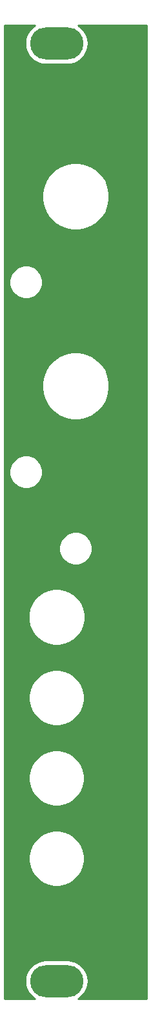
<source format=gbr>
%TF.GenerationSoftware,KiCad,Pcbnew,5.1.9+dfsg1-1~bpo10+1*%
%TF.CreationDate,2022-05-13T01:17:35+08:00*%
%TF.ProjectId,MiniVCA 1.2 - Front,4d696e69-5643-4412-9031-2e32202d2046,rev?*%
%TF.SameCoordinates,Original*%
%TF.FileFunction,Copper,L1,Top*%
%TF.FilePolarity,Positive*%
%FSLAX46Y46*%
G04 Gerber Fmt 4.6, Leading zero omitted, Abs format (unit mm)*
G04 Created by KiCad (PCBNEW 5.1.9+dfsg1-1~bpo10+1) date 2022-05-13 01:17:35*
%MOMM*%
%LPD*%
G01*
G04 APERTURE LIST*
%TA.AperFunction,ComponentPad*%
%ADD10O,7.000000X4.200000*%
%TD*%
%TA.AperFunction,NonConductor*%
%ADD11C,0.254000*%
%TD*%
%TA.AperFunction,NonConductor*%
%ADD12C,0.100000*%
%TD*%
G04 APERTURE END LIST*
D10*
%TO.P,REF\u002A\u002A,*%
%TO.N,*%
X57500000Y-165500000D03*
X57500000Y-43000000D03*
%TD*%
D11*
X54573164Y-40714928D02*
X54156706Y-41056706D01*
X53814928Y-41473164D01*
X53560964Y-41948297D01*
X53404574Y-42463846D01*
X53351767Y-43000000D01*
X53404574Y-43536154D01*
X53560964Y-44051703D01*
X53814928Y-44526836D01*
X54156706Y-44943294D01*
X54573164Y-45285072D01*
X55048297Y-45539036D01*
X55563846Y-45695426D01*
X55965644Y-45735000D01*
X59034356Y-45735000D01*
X59436154Y-45695426D01*
X59951703Y-45539036D01*
X60426836Y-45285072D01*
X60843294Y-44943294D01*
X61185072Y-44526836D01*
X61439036Y-44051703D01*
X61595426Y-43536154D01*
X61648233Y-43000000D01*
X61595426Y-42463846D01*
X61439036Y-41948297D01*
X61185072Y-41473164D01*
X60843294Y-41056706D01*
X60426836Y-40714928D01*
X60370845Y-40685000D01*
X69315000Y-40685000D01*
X69315001Y-75966344D01*
X69315000Y-75966354D01*
X69315001Y-129966344D01*
X69315000Y-129966354D01*
X69315001Y-155466353D01*
X69315000Y-167815000D01*
X60370845Y-167815000D01*
X60426836Y-167785072D01*
X60843294Y-167443294D01*
X61185072Y-167026836D01*
X61439036Y-166551703D01*
X61595426Y-166036154D01*
X61648233Y-165500000D01*
X61595426Y-164963846D01*
X61439036Y-164448297D01*
X61185072Y-163973164D01*
X60843294Y-163556706D01*
X60426836Y-163214928D01*
X59951703Y-162960964D01*
X59436154Y-162804574D01*
X59034356Y-162765000D01*
X55965644Y-162765000D01*
X55563846Y-162804574D01*
X55048297Y-162960964D01*
X54573164Y-163214928D01*
X54156706Y-163556706D01*
X53814928Y-163973164D01*
X53560964Y-164448297D01*
X53404574Y-164963846D01*
X53351767Y-165500000D01*
X53404574Y-166036154D01*
X53560964Y-166551703D01*
X53814928Y-167026836D01*
X54156706Y-167443294D01*
X54573164Y-167785072D01*
X54629155Y-167815000D01*
X50685000Y-167815000D01*
X50685000Y-149136846D01*
X53812841Y-149136846D01*
X53812841Y-149863154D01*
X53954536Y-150575505D01*
X54232482Y-151246525D01*
X54635996Y-151850427D01*
X55149573Y-152364004D01*
X55753475Y-152767518D01*
X56424495Y-153045464D01*
X57136846Y-153187159D01*
X57863154Y-153187159D01*
X58575505Y-153045464D01*
X59246525Y-152767518D01*
X59850427Y-152364004D01*
X60364004Y-151850427D01*
X60767518Y-151246525D01*
X61045464Y-150575505D01*
X61187159Y-149863154D01*
X61187159Y-149136846D01*
X61045464Y-148424495D01*
X60767518Y-147753475D01*
X60364004Y-147149573D01*
X59850427Y-146635996D01*
X59246525Y-146232482D01*
X58575505Y-145954536D01*
X57863154Y-145812841D01*
X57136846Y-145812841D01*
X56424495Y-145954536D01*
X55753475Y-146232482D01*
X55149573Y-146635996D01*
X54635996Y-147149573D01*
X54232482Y-147753475D01*
X53954536Y-148424495D01*
X53812841Y-149136846D01*
X50685000Y-149136846D01*
X50685000Y-138636846D01*
X53812841Y-138636846D01*
X53812841Y-139363154D01*
X53954536Y-140075505D01*
X54232482Y-140746525D01*
X54635996Y-141350427D01*
X55149573Y-141864004D01*
X55753475Y-142267518D01*
X56424495Y-142545464D01*
X57136846Y-142687159D01*
X57863154Y-142687159D01*
X58575505Y-142545464D01*
X59246525Y-142267518D01*
X59850427Y-141864004D01*
X60364004Y-141350427D01*
X60767518Y-140746525D01*
X61045464Y-140075505D01*
X61187159Y-139363154D01*
X61187159Y-138636846D01*
X61045464Y-137924495D01*
X60767518Y-137253475D01*
X60364004Y-136649573D01*
X59850427Y-136135996D01*
X59246525Y-135732482D01*
X58575505Y-135454536D01*
X57863154Y-135312841D01*
X57136846Y-135312841D01*
X56424495Y-135454536D01*
X55753475Y-135732482D01*
X55149573Y-136135996D01*
X54635996Y-136649573D01*
X54232482Y-137253475D01*
X53954536Y-137924495D01*
X53812841Y-138636846D01*
X50685000Y-138636846D01*
X50685000Y-128136846D01*
X53812841Y-128136846D01*
X53812841Y-128863154D01*
X53954536Y-129575505D01*
X54232482Y-130246525D01*
X54635996Y-130850427D01*
X55149573Y-131364004D01*
X55753475Y-131767518D01*
X56424495Y-132045464D01*
X57136846Y-132187159D01*
X57863154Y-132187159D01*
X58575505Y-132045464D01*
X59246525Y-131767518D01*
X59850427Y-131364004D01*
X60364004Y-130850427D01*
X60767518Y-130246525D01*
X61045464Y-129575505D01*
X61187159Y-128863154D01*
X61187159Y-128136846D01*
X61045464Y-127424495D01*
X60767518Y-126753475D01*
X60364004Y-126149573D01*
X59850427Y-125635996D01*
X59246525Y-125232482D01*
X58575505Y-124954536D01*
X57863154Y-124812841D01*
X57136846Y-124812841D01*
X56424495Y-124954536D01*
X55753475Y-125232482D01*
X55149573Y-125635996D01*
X54635996Y-126149573D01*
X54232482Y-126753475D01*
X53954536Y-127424495D01*
X53812841Y-128136846D01*
X50685000Y-128136846D01*
X50685000Y-117591409D01*
X53771659Y-117591409D01*
X53771659Y-118325829D01*
X53914937Y-119046136D01*
X54195987Y-119724651D01*
X54604008Y-120335298D01*
X55123321Y-120854611D01*
X55733968Y-121262632D01*
X56412483Y-121543682D01*
X57132790Y-121686960D01*
X57867210Y-121686960D01*
X58587517Y-121543682D01*
X59266032Y-121262632D01*
X59876679Y-120854611D01*
X60395992Y-120335298D01*
X60804013Y-119724651D01*
X61085063Y-119046136D01*
X61228341Y-118325829D01*
X61228341Y-117591409D01*
X61085063Y-116871102D01*
X60804013Y-116192587D01*
X60395992Y-115581940D01*
X59876679Y-115062627D01*
X59266032Y-114654606D01*
X58587517Y-114373556D01*
X57867210Y-114230278D01*
X57132790Y-114230278D01*
X56412483Y-114373556D01*
X55733968Y-114654606D01*
X55123321Y-115062627D01*
X54604008Y-115581940D01*
X54195987Y-116192587D01*
X53914937Y-116871102D01*
X53771659Y-117591409D01*
X50685000Y-117591409D01*
X50685000Y-108783872D01*
X57805618Y-108783872D01*
X57805618Y-109216128D01*
X57889947Y-109640078D01*
X58055364Y-110039430D01*
X58295512Y-110398837D01*
X58601163Y-110704488D01*
X58960570Y-110944636D01*
X59359922Y-111110053D01*
X59783872Y-111194382D01*
X60216128Y-111194382D01*
X60640078Y-111110053D01*
X61039430Y-110944636D01*
X61398837Y-110704488D01*
X61704488Y-110398837D01*
X61944636Y-110039430D01*
X62110053Y-109640078D01*
X62194382Y-109216128D01*
X62194382Y-108783872D01*
X62110053Y-108359922D01*
X61944636Y-107960570D01*
X61704488Y-107601163D01*
X61398837Y-107295512D01*
X61039430Y-107055364D01*
X60640078Y-106889947D01*
X60216128Y-106805618D01*
X59783872Y-106805618D01*
X59359922Y-106889947D01*
X58960570Y-107055364D01*
X58601163Y-107295512D01*
X58295512Y-107601163D01*
X58055364Y-107960570D01*
X57889947Y-108359922D01*
X57805618Y-108783872D01*
X50685000Y-108783872D01*
X50685000Y-98783872D01*
X51305618Y-98783872D01*
X51305618Y-99216128D01*
X51389947Y-99640078D01*
X51555364Y-100039430D01*
X51795512Y-100398837D01*
X52101163Y-100704488D01*
X52460570Y-100944636D01*
X52859922Y-101110053D01*
X53283872Y-101194382D01*
X53716128Y-101194382D01*
X54140078Y-101110053D01*
X54539430Y-100944636D01*
X54898837Y-100704488D01*
X55204488Y-100398837D01*
X55444636Y-100039430D01*
X55610053Y-99640078D01*
X55694382Y-99216128D01*
X55694382Y-98783872D01*
X55610053Y-98359922D01*
X55444636Y-97960570D01*
X55204488Y-97601163D01*
X54898837Y-97295512D01*
X54539430Y-97055364D01*
X54140078Y-96889947D01*
X53716128Y-96805618D01*
X53283872Y-96805618D01*
X52859922Y-96889947D01*
X52460570Y-97055364D01*
X52101163Y-97295512D01*
X51795512Y-97601163D01*
X51555364Y-97960570D01*
X51389947Y-98359922D01*
X51305618Y-98783872D01*
X50685000Y-98783872D01*
X50685000Y-87313334D01*
X55566452Y-87313334D01*
X55566452Y-88186666D01*
X55736831Y-89043218D01*
X56071041Y-89850072D01*
X56556238Y-90576222D01*
X57173778Y-91193762D01*
X57899928Y-91678959D01*
X58706782Y-92013169D01*
X59563334Y-92183548D01*
X60436666Y-92183548D01*
X61293218Y-92013169D01*
X62100072Y-91678959D01*
X62826222Y-91193762D01*
X63443762Y-90576222D01*
X63928959Y-89850072D01*
X64263169Y-89043218D01*
X64433548Y-88186666D01*
X64433548Y-87313334D01*
X64263169Y-86456782D01*
X63928959Y-85649928D01*
X63443762Y-84923778D01*
X62826222Y-84306238D01*
X62100072Y-83821041D01*
X61293218Y-83486831D01*
X60436666Y-83316452D01*
X59563334Y-83316452D01*
X58706782Y-83486831D01*
X57899928Y-83821041D01*
X57173778Y-84306238D01*
X56556238Y-84923778D01*
X56071041Y-85649928D01*
X55736831Y-86456782D01*
X55566452Y-87313334D01*
X50685000Y-87313334D01*
X50685000Y-73983872D01*
X51305618Y-73983872D01*
X51305618Y-74416128D01*
X51389947Y-74840078D01*
X51555364Y-75239430D01*
X51795512Y-75598837D01*
X52101163Y-75904488D01*
X52460570Y-76144636D01*
X52859922Y-76310053D01*
X53283872Y-76394382D01*
X53716128Y-76394382D01*
X54140078Y-76310053D01*
X54539430Y-76144636D01*
X54898837Y-75904488D01*
X55204488Y-75598837D01*
X55444636Y-75239430D01*
X55610053Y-74840078D01*
X55694382Y-74416128D01*
X55694382Y-73983872D01*
X55610053Y-73559922D01*
X55444636Y-73160570D01*
X55204488Y-72801163D01*
X54898837Y-72495512D01*
X54539430Y-72255364D01*
X54140078Y-72089947D01*
X53716128Y-72005618D01*
X53283872Y-72005618D01*
X52859922Y-72089947D01*
X52460570Y-72255364D01*
X52101163Y-72495512D01*
X51795512Y-72801163D01*
X51555364Y-73160570D01*
X51389947Y-73559922D01*
X51305618Y-73983872D01*
X50685000Y-73983872D01*
X50685000Y-62563334D01*
X55566452Y-62563334D01*
X55566452Y-63436666D01*
X55736831Y-64293218D01*
X56071041Y-65100072D01*
X56556238Y-65826222D01*
X57173778Y-66443762D01*
X57899928Y-66928959D01*
X58706782Y-67263169D01*
X59563334Y-67433548D01*
X60436666Y-67433548D01*
X61293218Y-67263169D01*
X62100072Y-66928959D01*
X62826222Y-66443762D01*
X63443762Y-65826222D01*
X63928959Y-65100072D01*
X64263169Y-64293218D01*
X64433548Y-63436666D01*
X64433548Y-62563334D01*
X64263169Y-61706782D01*
X63928959Y-60899928D01*
X63443762Y-60173778D01*
X62826222Y-59556238D01*
X62100072Y-59071041D01*
X61293218Y-58736831D01*
X60436666Y-58566452D01*
X59563334Y-58566452D01*
X58706782Y-58736831D01*
X57899928Y-59071041D01*
X57173778Y-59556238D01*
X56556238Y-60173778D01*
X56071041Y-60899928D01*
X55736831Y-61706782D01*
X55566452Y-62563334D01*
X50685000Y-62563334D01*
X50685000Y-40685000D01*
X54629155Y-40685000D01*
X54573164Y-40714928D01*
%TA.AperFunction,NonConductor*%
D12*
G36*
X54573164Y-40714928D02*
G01*
X54156706Y-41056706D01*
X53814928Y-41473164D01*
X53560964Y-41948297D01*
X53404574Y-42463846D01*
X53351767Y-43000000D01*
X53404574Y-43536154D01*
X53560964Y-44051703D01*
X53814928Y-44526836D01*
X54156706Y-44943294D01*
X54573164Y-45285072D01*
X55048297Y-45539036D01*
X55563846Y-45695426D01*
X55965644Y-45735000D01*
X59034356Y-45735000D01*
X59436154Y-45695426D01*
X59951703Y-45539036D01*
X60426836Y-45285072D01*
X60843294Y-44943294D01*
X61185072Y-44526836D01*
X61439036Y-44051703D01*
X61595426Y-43536154D01*
X61648233Y-43000000D01*
X61595426Y-42463846D01*
X61439036Y-41948297D01*
X61185072Y-41473164D01*
X60843294Y-41056706D01*
X60426836Y-40714928D01*
X60370845Y-40685000D01*
X69315000Y-40685000D01*
X69315001Y-75966344D01*
X69315000Y-75966354D01*
X69315001Y-129966344D01*
X69315000Y-129966354D01*
X69315001Y-155466353D01*
X69315000Y-167815000D01*
X60370845Y-167815000D01*
X60426836Y-167785072D01*
X60843294Y-167443294D01*
X61185072Y-167026836D01*
X61439036Y-166551703D01*
X61595426Y-166036154D01*
X61648233Y-165500000D01*
X61595426Y-164963846D01*
X61439036Y-164448297D01*
X61185072Y-163973164D01*
X60843294Y-163556706D01*
X60426836Y-163214928D01*
X59951703Y-162960964D01*
X59436154Y-162804574D01*
X59034356Y-162765000D01*
X55965644Y-162765000D01*
X55563846Y-162804574D01*
X55048297Y-162960964D01*
X54573164Y-163214928D01*
X54156706Y-163556706D01*
X53814928Y-163973164D01*
X53560964Y-164448297D01*
X53404574Y-164963846D01*
X53351767Y-165500000D01*
X53404574Y-166036154D01*
X53560964Y-166551703D01*
X53814928Y-167026836D01*
X54156706Y-167443294D01*
X54573164Y-167785072D01*
X54629155Y-167815000D01*
X50685000Y-167815000D01*
X50685000Y-149136846D01*
X53812841Y-149136846D01*
X53812841Y-149863154D01*
X53954536Y-150575505D01*
X54232482Y-151246525D01*
X54635996Y-151850427D01*
X55149573Y-152364004D01*
X55753475Y-152767518D01*
X56424495Y-153045464D01*
X57136846Y-153187159D01*
X57863154Y-153187159D01*
X58575505Y-153045464D01*
X59246525Y-152767518D01*
X59850427Y-152364004D01*
X60364004Y-151850427D01*
X60767518Y-151246525D01*
X61045464Y-150575505D01*
X61187159Y-149863154D01*
X61187159Y-149136846D01*
X61045464Y-148424495D01*
X60767518Y-147753475D01*
X60364004Y-147149573D01*
X59850427Y-146635996D01*
X59246525Y-146232482D01*
X58575505Y-145954536D01*
X57863154Y-145812841D01*
X57136846Y-145812841D01*
X56424495Y-145954536D01*
X55753475Y-146232482D01*
X55149573Y-146635996D01*
X54635996Y-147149573D01*
X54232482Y-147753475D01*
X53954536Y-148424495D01*
X53812841Y-149136846D01*
X50685000Y-149136846D01*
X50685000Y-138636846D01*
X53812841Y-138636846D01*
X53812841Y-139363154D01*
X53954536Y-140075505D01*
X54232482Y-140746525D01*
X54635996Y-141350427D01*
X55149573Y-141864004D01*
X55753475Y-142267518D01*
X56424495Y-142545464D01*
X57136846Y-142687159D01*
X57863154Y-142687159D01*
X58575505Y-142545464D01*
X59246525Y-142267518D01*
X59850427Y-141864004D01*
X60364004Y-141350427D01*
X60767518Y-140746525D01*
X61045464Y-140075505D01*
X61187159Y-139363154D01*
X61187159Y-138636846D01*
X61045464Y-137924495D01*
X60767518Y-137253475D01*
X60364004Y-136649573D01*
X59850427Y-136135996D01*
X59246525Y-135732482D01*
X58575505Y-135454536D01*
X57863154Y-135312841D01*
X57136846Y-135312841D01*
X56424495Y-135454536D01*
X55753475Y-135732482D01*
X55149573Y-136135996D01*
X54635996Y-136649573D01*
X54232482Y-137253475D01*
X53954536Y-137924495D01*
X53812841Y-138636846D01*
X50685000Y-138636846D01*
X50685000Y-128136846D01*
X53812841Y-128136846D01*
X53812841Y-128863154D01*
X53954536Y-129575505D01*
X54232482Y-130246525D01*
X54635996Y-130850427D01*
X55149573Y-131364004D01*
X55753475Y-131767518D01*
X56424495Y-132045464D01*
X57136846Y-132187159D01*
X57863154Y-132187159D01*
X58575505Y-132045464D01*
X59246525Y-131767518D01*
X59850427Y-131364004D01*
X60364004Y-130850427D01*
X60767518Y-130246525D01*
X61045464Y-129575505D01*
X61187159Y-128863154D01*
X61187159Y-128136846D01*
X61045464Y-127424495D01*
X60767518Y-126753475D01*
X60364004Y-126149573D01*
X59850427Y-125635996D01*
X59246525Y-125232482D01*
X58575505Y-124954536D01*
X57863154Y-124812841D01*
X57136846Y-124812841D01*
X56424495Y-124954536D01*
X55753475Y-125232482D01*
X55149573Y-125635996D01*
X54635996Y-126149573D01*
X54232482Y-126753475D01*
X53954536Y-127424495D01*
X53812841Y-128136846D01*
X50685000Y-128136846D01*
X50685000Y-117591409D01*
X53771659Y-117591409D01*
X53771659Y-118325829D01*
X53914937Y-119046136D01*
X54195987Y-119724651D01*
X54604008Y-120335298D01*
X55123321Y-120854611D01*
X55733968Y-121262632D01*
X56412483Y-121543682D01*
X57132790Y-121686960D01*
X57867210Y-121686960D01*
X58587517Y-121543682D01*
X59266032Y-121262632D01*
X59876679Y-120854611D01*
X60395992Y-120335298D01*
X60804013Y-119724651D01*
X61085063Y-119046136D01*
X61228341Y-118325829D01*
X61228341Y-117591409D01*
X61085063Y-116871102D01*
X60804013Y-116192587D01*
X60395992Y-115581940D01*
X59876679Y-115062627D01*
X59266032Y-114654606D01*
X58587517Y-114373556D01*
X57867210Y-114230278D01*
X57132790Y-114230278D01*
X56412483Y-114373556D01*
X55733968Y-114654606D01*
X55123321Y-115062627D01*
X54604008Y-115581940D01*
X54195987Y-116192587D01*
X53914937Y-116871102D01*
X53771659Y-117591409D01*
X50685000Y-117591409D01*
X50685000Y-108783872D01*
X57805618Y-108783872D01*
X57805618Y-109216128D01*
X57889947Y-109640078D01*
X58055364Y-110039430D01*
X58295512Y-110398837D01*
X58601163Y-110704488D01*
X58960570Y-110944636D01*
X59359922Y-111110053D01*
X59783872Y-111194382D01*
X60216128Y-111194382D01*
X60640078Y-111110053D01*
X61039430Y-110944636D01*
X61398837Y-110704488D01*
X61704488Y-110398837D01*
X61944636Y-110039430D01*
X62110053Y-109640078D01*
X62194382Y-109216128D01*
X62194382Y-108783872D01*
X62110053Y-108359922D01*
X61944636Y-107960570D01*
X61704488Y-107601163D01*
X61398837Y-107295512D01*
X61039430Y-107055364D01*
X60640078Y-106889947D01*
X60216128Y-106805618D01*
X59783872Y-106805618D01*
X59359922Y-106889947D01*
X58960570Y-107055364D01*
X58601163Y-107295512D01*
X58295512Y-107601163D01*
X58055364Y-107960570D01*
X57889947Y-108359922D01*
X57805618Y-108783872D01*
X50685000Y-108783872D01*
X50685000Y-98783872D01*
X51305618Y-98783872D01*
X51305618Y-99216128D01*
X51389947Y-99640078D01*
X51555364Y-100039430D01*
X51795512Y-100398837D01*
X52101163Y-100704488D01*
X52460570Y-100944636D01*
X52859922Y-101110053D01*
X53283872Y-101194382D01*
X53716128Y-101194382D01*
X54140078Y-101110053D01*
X54539430Y-100944636D01*
X54898837Y-100704488D01*
X55204488Y-100398837D01*
X55444636Y-100039430D01*
X55610053Y-99640078D01*
X55694382Y-99216128D01*
X55694382Y-98783872D01*
X55610053Y-98359922D01*
X55444636Y-97960570D01*
X55204488Y-97601163D01*
X54898837Y-97295512D01*
X54539430Y-97055364D01*
X54140078Y-96889947D01*
X53716128Y-96805618D01*
X53283872Y-96805618D01*
X52859922Y-96889947D01*
X52460570Y-97055364D01*
X52101163Y-97295512D01*
X51795512Y-97601163D01*
X51555364Y-97960570D01*
X51389947Y-98359922D01*
X51305618Y-98783872D01*
X50685000Y-98783872D01*
X50685000Y-87313334D01*
X55566452Y-87313334D01*
X55566452Y-88186666D01*
X55736831Y-89043218D01*
X56071041Y-89850072D01*
X56556238Y-90576222D01*
X57173778Y-91193762D01*
X57899928Y-91678959D01*
X58706782Y-92013169D01*
X59563334Y-92183548D01*
X60436666Y-92183548D01*
X61293218Y-92013169D01*
X62100072Y-91678959D01*
X62826222Y-91193762D01*
X63443762Y-90576222D01*
X63928959Y-89850072D01*
X64263169Y-89043218D01*
X64433548Y-88186666D01*
X64433548Y-87313334D01*
X64263169Y-86456782D01*
X63928959Y-85649928D01*
X63443762Y-84923778D01*
X62826222Y-84306238D01*
X62100072Y-83821041D01*
X61293218Y-83486831D01*
X60436666Y-83316452D01*
X59563334Y-83316452D01*
X58706782Y-83486831D01*
X57899928Y-83821041D01*
X57173778Y-84306238D01*
X56556238Y-84923778D01*
X56071041Y-85649928D01*
X55736831Y-86456782D01*
X55566452Y-87313334D01*
X50685000Y-87313334D01*
X50685000Y-73983872D01*
X51305618Y-73983872D01*
X51305618Y-74416128D01*
X51389947Y-74840078D01*
X51555364Y-75239430D01*
X51795512Y-75598837D01*
X52101163Y-75904488D01*
X52460570Y-76144636D01*
X52859922Y-76310053D01*
X53283872Y-76394382D01*
X53716128Y-76394382D01*
X54140078Y-76310053D01*
X54539430Y-76144636D01*
X54898837Y-75904488D01*
X55204488Y-75598837D01*
X55444636Y-75239430D01*
X55610053Y-74840078D01*
X55694382Y-74416128D01*
X55694382Y-73983872D01*
X55610053Y-73559922D01*
X55444636Y-73160570D01*
X55204488Y-72801163D01*
X54898837Y-72495512D01*
X54539430Y-72255364D01*
X54140078Y-72089947D01*
X53716128Y-72005618D01*
X53283872Y-72005618D01*
X52859922Y-72089947D01*
X52460570Y-72255364D01*
X52101163Y-72495512D01*
X51795512Y-72801163D01*
X51555364Y-73160570D01*
X51389947Y-73559922D01*
X51305618Y-73983872D01*
X50685000Y-73983872D01*
X50685000Y-62563334D01*
X55566452Y-62563334D01*
X55566452Y-63436666D01*
X55736831Y-64293218D01*
X56071041Y-65100072D01*
X56556238Y-65826222D01*
X57173778Y-66443762D01*
X57899928Y-66928959D01*
X58706782Y-67263169D01*
X59563334Y-67433548D01*
X60436666Y-67433548D01*
X61293218Y-67263169D01*
X62100072Y-66928959D01*
X62826222Y-66443762D01*
X63443762Y-65826222D01*
X63928959Y-65100072D01*
X64263169Y-64293218D01*
X64433548Y-63436666D01*
X64433548Y-62563334D01*
X64263169Y-61706782D01*
X63928959Y-60899928D01*
X63443762Y-60173778D01*
X62826222Y-59556238D01*
X62100072Y-59071041D01*
X61293218Y-58736831D01*
X60436666Y-58566452D01*
X59563334Y-58566452D01*
X58706782Y-58736831D01*
X57899928Y-59071041D01*
X57173778Y-59556238D01*
X56556238Y-60173778D01*
X56071041Y-60899928D01*
X55736831Y-61706782D01*
X55566452Y-62563334D01*
X50685000Y-62563334D01*
X50685000Y-40685000D01*
X54629155Y-40685000D01*
X54573164Y-40714928D01*
G37*
%TD.AperFunction*%
M02*

</source>
